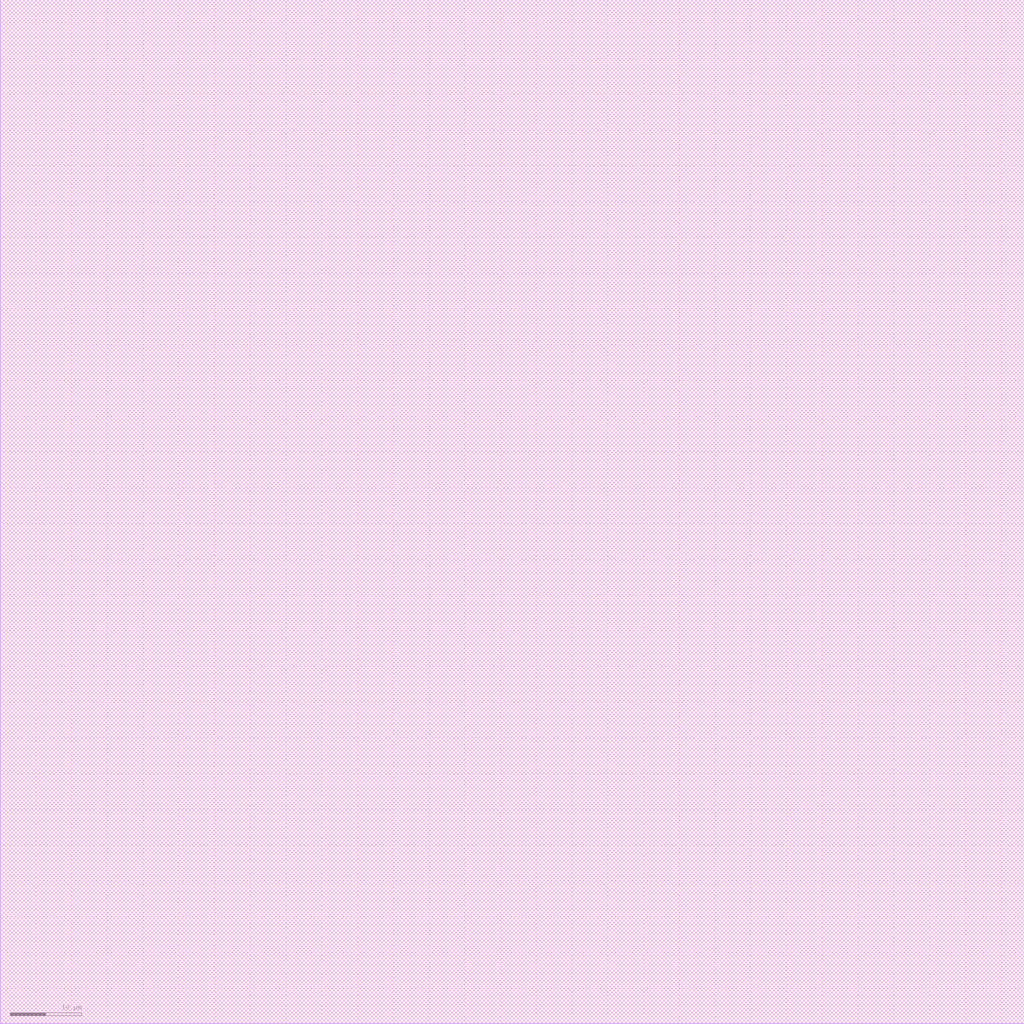
<source format=lef>
VERSION 5.7 ;
  NOWIREEXTENSIONATPIN ON ;
  DIVIDERCHAR "/" ;
  BUSBITCHARS "[]" ;
MACRO gf180mcu_ws_ip__credits
  CLASS BLOCK ;
  FOREIGN gf180mcu_ws_ip__credits ;
  ORIGIN 0.000 0.000 ;
  SIZE 143.25 BY 143.25 ;
  OBS
      LAYER Metal5 ;
        RECT 0.0 0.0 143.25 143.25 ;
  END
END gf180mcu_ws_ip__credits
END LIBRARY


</source>
